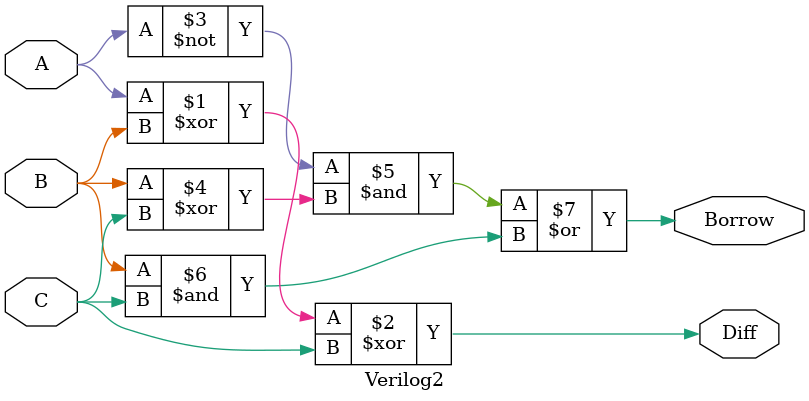
<source format=v>
module Verilog2(A,B,C,Diff,Borrow);
input A,B,C;
output Diff,Borrow;
assign Diff = A^B^C;
assign Borrow = ~A & (B^C) | B & C;
endmodule
</source>
